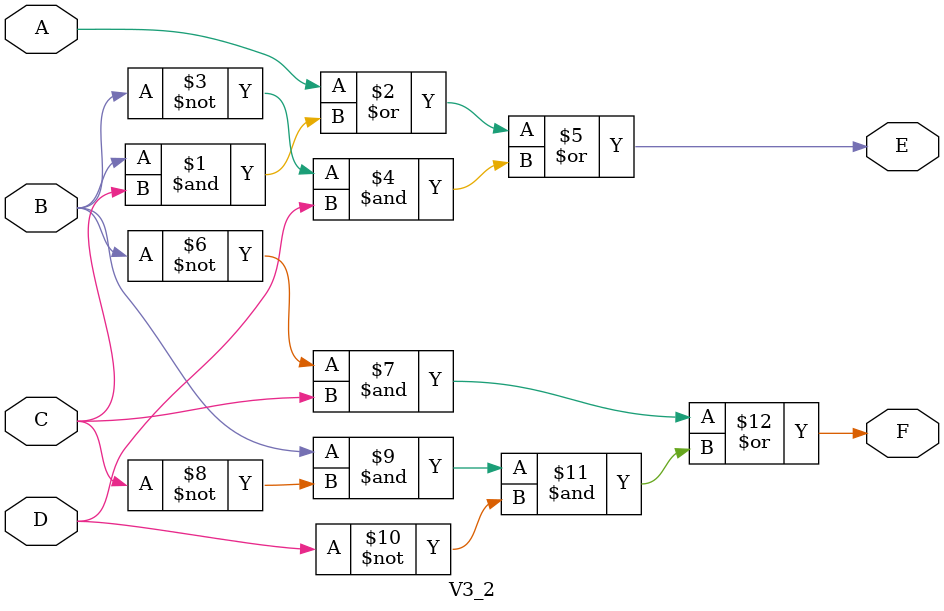
<source format=v>
module V3_2(
    input A,
    input B,
    input C,
    input D,
    output E,
    output F
);
    assign E = A | (B&C) | (~B & D);
    assign F = (~B & C) | (B & ~C & ~D);
endmodule
</source>
